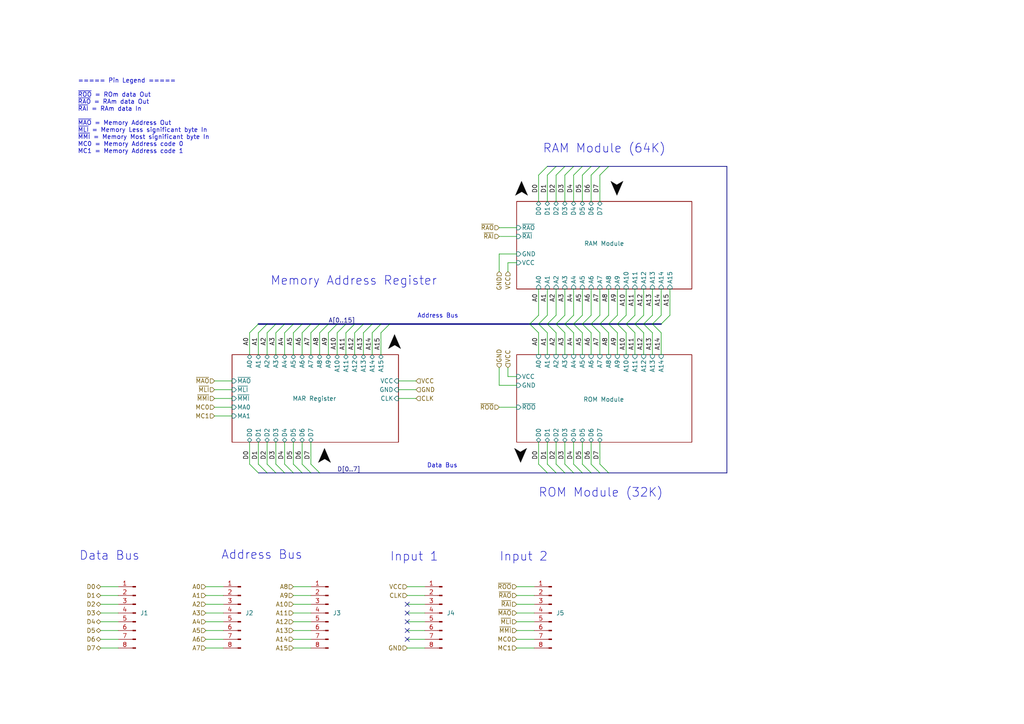
<source format=kicad_sch>
(kicad_sch (version 20250114) (generator "eeschema") (generator_version "9.0")
  (paper "A4")
  (title_block (title "Memory Modules") (date "2025-11-22") (rev "v1.1") (company "Marco Vettigli"))
  (lib_symbols
    (symbol "Connector:Conn_01x08_Pin" (pin_names (offset 1.016) (hide yes))
      (property "Reference" "J" (at 0 10.16 0))
      (property "Value" "Conn_01x08_Pin" (at 0 -12.7 0))
      (symbol "Conn_01x08_Pin_1_1"
        (rectangle (start 0.8636 7.747) (end 0 7.493) (stroke (width 0.1524)) (fill (type outline)))
        (rectangle (start 0.8636 5.207) (end 0 4.953) (stroke (width 0.1524)) (fill (type outline)))
        (rectangle (start 0.8636 2.667) (end 0 2.413) (stroke (width 0.1524)) (fill (type outline)))
        (rectangle (start 0.8636 0.127) (end 0 -0.127) (stroke (width 0.1524)) (fill (type outline)))
        (rectangle (start 0.8636 -2.413) (end 0 -2.667) (stroke (width 0.1524)) (fill (type outline)))
        (rectangle (start 0.8636 -4.953) (end 0 -5.207) (stroke (width 0.1524)) (fill (type outline)))
        (rectangle (start 0.8636 -7.493) (end 0 -7.747) (stroke (width 0.1524)) (fill (type outline)))
        (rectangle (start 0.8636 -10.033) (end 0 -10.287) (stroke (width 0.1524)) (fill (type outline)))
        (polyline (pts (xy 1.27 7.62) (xy 0.8636 7.62)) (stroke (width 0.1524)))
        (polyline (pts (xy 1.27 5.08) (xy 0.8636 5.08)) (stroke (width 0.1524)))
        (polyline (pts (xy 1.27 2.54) (xy 0.8636 2.54)) (stroke (width 0.1524)))
        (polyline (pts (xy 1.27 0) (xy 0.8636 0)) (stroke (width 0.1524)))
        (polyline (pts (xy 1.27 -2.54) (xy 0.8636 -2.54)) (stroke (width 0.1524)))
        (polyline (pts (xy 1.27 -5.08) (xy 0.8636 -5.08)) (stroke (width 0.1524)))
        (polyline (pts (xy 1.27 -7.62) (xy 0.8636 -7.62)) (stroke (width 0.1524)))
        (polyline (pts (xy 1.27 -10.16) (xy 0.8636 -10.16)) (stroke (width 0.1524)))
        (pin passive line (at 5.08 7.62 180) (length 3.81) (name "Pin_1") (number "1"))
        (pin passive line (at 5.08 5.08 180) (length 3.81) (name "Pin_2") (number "2"))
        (pin passive line (at 5.08 2.54 180) (length 3.81) (name "Pin_3") (number "3"))
        (pin passive line (at 5.08 0 180) (length 3.81) (name "Pin_4") (number "4"))
        (pin passive line (at 5.08 -2.54 180) (length 3.81) (name "Pin_5") (number "5"))
        (pin passive line (at 5.08 -5.08 180) (length 3.81) (name "Pin_6") (number "6"))
        (pin passive line (at 5.08 -7.62 180) (length 3.81) (name "Pin_7") (number "7"))
        (pin passive line (at 5.08 -10.16 180) (length 3.81) (name "Pin_8") (number "8"))
      )
    )
  )
  (text "Memory Address Register" (at 102.616 81.534 0) (effects (font (size 2.54 2.54))))
  (text "Address Bus" (at 127 91.694 0) (effects (font (size 1.27 1.27))))
  (text "RAM Module (64K)" (at 175.26 43.18 0) (effects (font (size 2.54 2.54))))
  (text "Address Bus" (at 75.946 161.036 0) (effects (font (size 2.54 2.54))))
  (text "ROM Module (32K)" (at 174.244 143.002 0) (effects (font (size 2.54 2.54))))
  (text "Data Bus" (at 128.27 135.128 0) (effects (font (size 1.27 1.27))))
  (text "Data Bus" (at 31.75 161.29 0) (effects (font (size 2.54 2.54))))
  (text "Input 2" (at 151.892 161.544 0) (effects (font (size 2.54 2.54))))
  (text "Input 1" (at 120.142 161.544 0) (effects (font (size 2.54 2.54))))
  (text_box "===== Pin Legend =====\n\n~{ROO} = ROm data Out\n~{RAO} = RAm data Out\n~{RAI} = RAm data In\n\n~{MAO} = Memory Address Out\n~{MLI} = Memory Less significant byte In\n~{MMI} = Memory Most significant byte In\nMC0 = Memory Address code 0\nMC1 = Memory Address code 1\n" (at 21.59 21.59 0) (size 43.18 24.13) (margins 0.9525 0.9525 0.9525 0.9525) (stroke (width -0.0001)) (effects (font (size 1.27 1.27) (thickness 0.1588)) (justify left top)))
  (no_connect (at 118.11 182.88))
  (no_connect (at 118.11 185.42))
  (no_connect (at 118.11 180.34))
  (no_connect (at 118.11 177.8))
  (no_connect (at 118.11 175.26))
  (bus_entry (at 105.41 96.52) (size 2.54 -2.54))
  (bus_entry (at 163.83 137.16) (size -2.54 -2.54))
  (bus_entry (at 176.53 93.98) (size 2.54 -2.54))
  (bus_entry (at 163.83 93.98) (size 2.54 2.54))
  (bus_entry (at 82.55 93.98) (size -2.54 2.54))
  (bus_entry (at 95.25 96.52) (size 2.54 -2.54))
  (bus_entry (at 168.91 93.98) (size 2.54 2.54))
  (bus_entry (at 166.37 93.98) (size 2.54 -2.54))
  (bus_entry (at 161.29 48.26) (size -2.54 2.54))
  (bus_entry (at 173.99 93.98) (size 2.54 -2.54))
  (bus_entry (at 176.53 137.16) (size -2.54 -2.54))
  (bus_entry (at 161.29 93.98) (size 2.54 -2.54))
  (bus_entry (at 90.17 137.16) (size -2.54 -2.54))
  (bus_entry (at 80.01 93.98) (size -2.54 2.54))
  (bus_entry (at 107.95 96.52) (size 2.54 -2.54))
  (bus_entry (at 181.61 93.98) (size 2.54 -2.54))
  (bus_entry (at 179.07 93.98) (size 2.54 -2.54))
  (bus_entry (at 171.45 93.98) (size 2.54 -2.54))
  (bus_entry (at 158.75 48.26) (size -2.54 2.54))
  (bus_entry (at 87.63 93.98) (size -2.54 2.54))
  (bus_entry (at 189.23 93.98) (size 2.54 2.54))
  (bus_entry (at 171.45 93.98) (size 2.54 2.54))
  (bus_entry (at 179.07 93.98) (size 2.54 2.54))
  (bus_entry (at 110.49 96.52) (size 2.54 -2.54))
  (bus_entry (at 171.45 48.26) (size -2.54 2.54))
  (bus_entry (at 102.87 96.52) (size 2.54 -2.54))
  (bus_entry (at 166.37 93.98) (size 2.54 2.54))
  (bus_entry (at 173.99 48.26) (size -2.54 2.54))
  (bus_entry (at 85.09 137.16) (size -2.54 -2.54))
  (bus_entry (at 168.91 48.26) (size -2.54 2.54))
  (bus_entry (at 77.47 93.98) (size -2.54 2.54))
  (bus_entry (at 74.93 93.98) (size -2.54 2.54))
  (bus_entry (at 158.75 93.98) (size 2.54 -2.54))
  (bus_entry (at 186.69 93.98) (size 2.54 2.54))
  (bus_entry (at 171.45 137.16) (size -2.54 -2.54))
  (bus_entry (at 100.33 96.52) (size 2.54 -2.54))
  (bus_entry (at 156.21 93.98) (size 2.54 2.54))
  (bus_entry (at 184.15 93.98) (size 2.54 -2.54))
  (bus_entry (at 163.83 93.98) (size 2.54 -2.54))
  (bus_entry (at 186.69 93.98) (size 2.54 -2.54))
  (bus_entry (at 77.47 137.16) (size -2.54 -2.54))
  (bus_entry (at 82.55 137.16) (size -2.54 -2.54))
  (bus_entry (at 173.99 93.98) (size 2.54 2.54))
  (bus_entry (at 168.91 137.16) (size -2.54 -2.54))
  (bus_entry (at 168.91 93.98) (size 2.54 -2.54))
  (bus_entry (at 161.29 137.16) (size -2.54 -2.54))
  (bus_entry (at 97.79 96.52) (size 2.54 -2.54))
  (bus_entry (at 181.61 93.98) (size 2.54 2.54))
  (bus_entry (at 158.75 93.98) (size 2.54 2.54))
  (bus_entry (at 166.37 137.16) (size -2.54 -2.54))
  (bus_entry (at 92.71 96.52) (size 2.54 -2.54))
  (bus_entry (at 163.83 48.26) (size -2.54 2.54))
  (bus_entry (at 189.23 93.98) (size 2.54 -2.54))
  (bus_entry (at 80.01 137.16) (size -2.54 -2.54))
  (bus_entry (at 161.29 93.98) (size 2.54 2.54))
  (bus_entry (at 184.15 93.98) (size 2.54 2.54))
  (bus_entry (at 85.09 93.98) (size -2.54 2.54))
  (bus_entry (at 166.37 48.26) (size -2.54 2.54))
  (bus_entry (at 92.71 93.98) (size -2.54 2.54))
  (bus_entry (at 156.21 93.98) (size 2.54 -2.54))
  (bus_entry (at 153.67 93.98) (size 2.54 2.54))
  (bus_entry (at 87.63 137.16) (size -2.54 -2.54))
  (bus_entry (at 176.53 48.26) (size -2.54 2.54))
  (bus_entry (at 176.53 93.98) (size 2.54 2.54))
  (bus_entry (at 90.17 93.98) (size -2.54 2.54))
  (bus_entry (at 158.75 137.16) (size -2.54 -2.54))
  (bus_entry (at 173.99 137.16) (size -2.54 -2.54))
  (bus_entry (at 191.77 93.98) (size 2.54 -2.54))
  (bus_entry (at 153.67 93.98) (size 2.54 -2.54))
  (bus_entry (at 92.71 137.16) (size -2.54 -2.54))
  (bus_entry (at 74.93 137.16) (size -2.54 -2.54))
  (wire (pts (xy 144.78 106.68) (xy 144.78 111.76)))
  (wire (pts (xy 85.09 170.18) (xy 90.17 170.18)))
  (wire (pts (xy 62.23 118.11) (xy 67.31 118.11)))
  (wire (pts (xy 100.33 96.52) (xy 100.33 102.87)))
  (wire (pts (xy 156.21 83.82) (xy 156.21 91.44)))
  (wire (pts (xy 161.29 96.52) (xy 161.29 102.87)))
  (wire (pts (xy 82.55 96.52) (xy 82.55 102.87)))
  (bus (pts (xy 107.95 93.98) (xy 110.49 93.98)) (stroke (width 0.4064)))
  (wire (pts (xy 90.17 96.52) (xy 90.17 102.87)))
  (wire (pts (xy 85.09 182.88) (xy 90.17 182.88)))
  (bus (pts (xy 82.55 137.16) (xy 85.09 137.16)) (stroke (width 0.2032)))
  (bus (pts (xy 168.91 93.98) (xy 171.45 93.98)) (stroke (width 0.4064)))
  (bus (pts (xy 95.25 93.98) (xy 97.79 93.98)) (stroke (width 0.4064)))
  (bus (pts (xy 158.75 93.98) (xy 161.29 93.98)) (stroke (width 0.4064)))
  (wire (pts (xy 85.09 180.34) (xy 90.17 180.34)))
  (wire (pts (xy 156.21 58.42) (xy 156.21 50.8)))
  (wire (pts (xy 176.53 83.82) (xy 176.53 91.44)))
  (wire (pts (xy 144.78 66.04) (xy 149.86 66.04)))
  (bus (pts (xy 168.91 137.16) (xy 171.45 137.16)) (stroke (width 0.2032)))
  (wire (pts (xy 171.45 96.52) (xy 171.45 102.87)))
  (wire (pts (xy 168.91 83.82) (xy 168.91 91.44)))
  (wire (pts (xy 163.83 128.27) (xy 163.83 134.62)))
  (bus (pts (xy 100.33 93.98) (xy 102.87 93.98)) (stroke (width 0.4064)))
  (wire (pts (xy 85.09 96.52) (xy 85.09 102.87)))
  (bus (pts (xy 158.75 137.16) (xy 161.29 137.16)) (stroke (width 0.2032)))
  (wire (pts (xy 149.86 172.72) (xy 154.94 172.72)))
  (bus (pts (xy 181.61 93.98) (xy 184.15 93.98)) (stroke (width 0.4064)))
  (wire (pts (xy 147.32 76.2) (xy 149.86 76.2)))
  (wire (pts (xy 118.11 187.96) (xy 123.19 187.96)))
  (bus (pts (xy 166.37 137.16) (xy 168.91 137.16)) (stroke (width 0.2032)))
  (bus (pts (xy 171.45 48.26) (xy 173.99 48.26)) (stroke (width 0.2032)))
  (wire (pts (xy 173.99 83.82) (xy 173.99 91.44)))
  (wire (pts (xy 173.99 96.52) (xy 173.99 102.87)))
  (wire (pts (xy 147.32 109.22) (xy 149.86 109.22)))
  (wire (pts (xy 118.11 182.88) (xy 123.19 182.88)))
  (wire (pts (xy 85.09 172.72) (xy 90.17 172.72)))
  (wire (pts (xy 181.61 96.52) (xy 181.61 102.87)))
  (wire (pts (xy 59.69 187.96) (xy 64.77 187.96)))
  (bus (pts (xy 189.23 93.98) (xy 191.77 93.98)) (stroke (width 0.4064)))
  (wire (pts (xy 62.23 115.57) (xy 67.31 115.57)))
  (bus (pts (xy 113.03 93.98) (xy 153.67 93.98)) (stroke (width 0.4064)))
  (wire (pts (xy 171.45 128.27) (xy 171.45 134.62)))
  (bus (pts (xy 158.75 48.26) (xy 161.29 48.26)) (stroke (width 0.2032)))
  (bus (pts (xy 210.82 48.26) (xy 210.82 137.16)) (stroke (width 0.2032)))
  (wire (pts (xy 62.23 120.65) (xy 67.31 120.65)))
  (wire (pts (xy 166.37 83.82) (xy 166.37 91.44)))
  (wire (pts (xy 95.25 96.52) (xy 95.25 102.87)))
  (wire (pts (xy 144.78 111.76) (xy 149.86 111.76)))
  (wire (pts (xy 118.11 170.18) (xy 123.19 170.18)))
  (wire (pts (xy 149.86 182.88) (xy 154.94 182.88)))
  (bus (pts (xy 80.01 137.16) (xy 82.55 137.16)) (stroke (width 0.2032)))
  (wire (pts (xy 144.78 73.66) (xy 149.86 73.66)))
  (bus (pts (xy 90.17 137.16) (xy 92.71 137.16)) (stroke (width 0.2032)))
  (wire (pts (xy 158.75 96.52) (xy 158.75 102.87)))
  (bus (pts (xy 105.41 93.98) (xy 107.95 93.98)) (stroke (width 0.4064)))
  (wire (pts (xy 59.69 177.8) (xy 64.77 177.8)))
  (bus (pts (xy 77.47 137.16) (xy 80.01 137.16)) (stroke (width 0.2032)))
  (wire (pts (xy 34.29 172.72) (xy 29.21 172.72)))
  (bus (pts (xy 171.45 93.98) (xy 173.99 93.98)) (stroke (width 0.4064)))
  (wire (pts (xy 118.11 175.26) (xy 123.19 175.26)))
  (wire (pts (xy 97.79 96.52) (xy 97.79 102.87)))
  (wire (pts (xy 149.86 177.8) (xy 154.94 177.8)))
  (wire (pts (xy 34.29 182.88) (xy 29.21 182.88)))
  (bus (pts (xy 173.99 48.26) (xy 176.53 48.26)) (stroke (width 0.2032)))
  (wire (pts (xy 171.45 83.82) (xy 171.45 91.44)))
  (bus (pts (xy 153.67 93.98) (xy 156.21 93.98)) (stroke (width 0.4064)))
  (bus (pts (xy 173.99 137.16) (xy 176.53 137.16)) (stroke (width 0.2032)))
  (wire (pts (xy 186.69 96.52) (xy 186.69 102.87)))
  (wire (pts (xy 87.63 96.52) (xy 87.63 102.87)))
  (wire (pts (xy 72.39 128.27) (xy 72.39 134.62)))
  (wire (pts (xy 107.95 96.52) (xy 107.95 102.87)))
  (bus (pts (xy 97.79 93.98) (xy 100.33 93.98)) (stroke (width 0.4064)))
  (bus (pts (xy 85.09 93.98) (xy 82.55 93.98)) (stroke (width 0.4064)))
  (wire (pts (xy 158.75 83.82) (xy 158.75 91.44)))
  (wire (pts (xy 92.71 96.52) (xy 92.71 102.87)))
  (wire (pts (xy 149.86 185.42) (xy 154.94 185.42)))
  (wire (pts (xy 85.09 128.27) (xy 85.09 134.62)))
  (bus (pts (xy 92.71 93.98) (xy 95.25 93.98)) (stroke (width 0.4064)))
  (wire (pts (xy 191.77 96.52) (xy 191.77 102.87)))
  (wire (pts (xy 90.17 128.27) (xy 90.17 134.62)))
  (wire (pts (xy 189.23 96.52) (xy 189.23 102.87)))
  (wire (pts (xy 102.87 96.52) (xy 102.87 102.87)))
  (bus (pts (xy 171.45 137.16) (xy 173.99 137.16)) (stroke (width 0.2032)))
  (wire (pts (xy 184.15 83.82) (xy 184.15 91.44)))
  (bus (pts (xy 92.71 137.16) (xy 158.75 137.16)) (stroke (width 0.2032)))
  (wire (pts (xy 85.09 187.96) (xy 90.17 187.96)))
  (bus (pts (xy 163.83 93.98) (xy 166.37 93.98)) (stroke (width 0.4064)))
  (wire (pts (xy 87.63 128.27) (xy 87.63 134.62)))
  (wire (pts (xy 34.29 175.26) (xy 29.21 175.26)))
  (wire (pts (xy 62.23 113.03) (xy 67.31 113.03)))
  (wire (pts (xy 80.01 96.52) (xy 80.01 102.87)))
  (wire (pts (xy 115.57 110.49) (xy 120.65 110.49)))
  (wire (pts (xy 163.83 83.82) (xy 163.83 91.44)))
  (bus (pts (xy 161.29 48.26) (xy 163.83 48.26)) (stroke (width 0.2032)))
  (wire (pts (xy 85.09 177.8) (xy 90.17 177.8)))
  (wire (pts (xy 161.29 58.42) (xy 161.29 50.8)))
  (bus (pts (xy 87.63 93.98) (xy 85.09 93.98)) (stroke (width 0.4064)))
  (wire (pts (xy 149.86 170.18) (xy 154.94 170.18)))
  (wire (pts (xy 59.69 170.18) (xy 64.77 170.18)))
  (bus (pts (xy 80.01 93.98) (xy 82.55 93.98)) (stroke (width 0.4064)))
  (wire (pts (xy 77.47 96.52) (xy 77.47 102.87)))
  (bus (pts (xy 163.83 137.16) (xy 166.37 137.16)) (stroke (width 0.2032)))
  (wire (pts (xy 77.47 128.27) (xy 77.47 134.62)))
  (wire (pts (xy 62.23 110.49) (xy 67.31 110.49)))
  (wire (pts (xy 168.91 58.42) (xy 168.91 50.8)))
  (wire (pts (xy 115.57 113.03) (xy 120.65 113.03)))
  (wire (pts (xy 34.29 185.42) (xy 29.21 185.42)))
  (wire (pts (xy 59.69 180.34) (xy 64.77 180.34)))
  (wire (pts (xy 85.09 175.26) (xy 90.17 175.26)))
  (bus (pts (xy 163.83 48.26) (xy 166.37 48.26)) (stroke (width 0.2032)))
  (wire (pts (xy 194.31 83.82) (xy 194.31 91.44)))
  (wire (pts (xy 149.86 175.26) (xy 154.94 175.26)))
  (bus (pts (xy 90.17 93.98) (xy 87.63 93.98)) (stroke (width 0.4064)))
  (wire (pts (xy 118.11 180.34) (xy 123.19 180.34)))
  (wire (pts (xy 115.57 115.57) (xy 120.65 115.57)))
  (bus (pts (xy 173.99 93.98) (xy 176.53 93.98)) (stroke (width 0.4064)))
  (wire (pts (xy 82.55 128.27) (xy 82.55 134.62)))
  (wire (pts (xy 179.07 96.52) (xy 179.07 102.87)))
  (wire (pts (xy 144.78 68.58) (xy 149.86 68.58)))
  (wire (pts (xy 105.41 96.52) (xy 105.41 102.87)))
  (bus (pts (xy 77.47 93.98) (xy 74.93 93.98)) (stroke (width 0.4064)))
  (wire (pts (xy 74.93 96.52) (xy 74.93 102.87)))
  (wire (pts (xy 80.01 128.27) (xy 80.01 134.62)))
  (bus (pts (xy 166.37 48.26) (xy 168.91 48.26)) (stroke (width 0.2032)))
  (wire (pts (xy 34.29 170.18) (xy 29.21 170.18)))
  (wire (pts (xy 184.15 96.52) (xy 184.15 102.87)))
  (wire (pts (xy 149.86 180.34) (xy 154.94 180.34)))
  (bus (pts (xy 168.91 48.26) (xy 171.45 48.26)) (stroke (width 0.2032)))
  (wire (pts (xy 118.11 185.42) (xy 123.19 185.42)))
  (wire (pts (xy 186.69 83.82) (xy 186.69 91.44)))
  (wire (pts (xy 166.37 96.52) (xy 166.37 102.87)))
  (wire (pts (xy 59.69 182.88) (xy 64.77 182.88)))
  (bus (pts (xy 184.15 93.98) (xy 186.69 93.98)) (stroke (width 0.4064)))
  (bus (pts (xy 166.37 93.98) (xy 168.91 93.98)) (stroke (width 0.4064)))
  (wire (pts (xy 144.78 78.74) (xy 144.78 73.66)))
  (wire (pts (xy 173.99 58.42) (xy 173.99 50.8)))
  (wire (pts (xy 59.69 175.26) (xy 64.77 175.26)))
  (bus (pts (xy 74.93 137.16) (xy 77.47 137.16)) (stroke (width 0.2032)))
  (wire (pts (xy 156.21 96.52) (xy 156.21 102.87)))
  (wire (pts (xy 163.83 96.52) (xy 163.83 102.87)))
  (wire (pts (xy 34.29 177.8) (xy 29.21 177.8)))
  (wire (pts (xy 34.29 187.96) (xy 29.21 187.96)))
  (wire (pts (xy 191.77 83.82) (xy 191.77 91.44)))
  (bus (pts (xy 156.21 93.98) (xy 158.75 93.98)) (stroke (width 0.4064)))
  (bus (pts (xy 176.53 93.98) (xy 179.07 93.98)) (stroke (width 0.4064)))
  (wire (pts (xy 156.21 128.27) (xy 156.21 134.62)))
  (wire (pts (xy 149.86 187.96) (xy 154.94 187.96)))
  (wire (pts (xy 166.37 128.27) (xy 166.37 134.62)))
  (bus (pts (xy 161.29 93.98) (xy 163.83 93.98)) (stroke (width 0.4064)))
  (wire (pts (xy 168.91 128.27) (xy 168.91 134.62)))
  (wire (pts (xy 110.49 96.52) (xy 110.49 102.87)))
  (bus (pts (xy 176.53 48.26) (xy 210.82 48.26)) (stroke (width 0.2032)))
  (wire (pts (xy 59.69 172.72) (xy 64.77 172.72)))
  (wire (pts (xy 147.32 78.74) (xy 147.32 76.2)))
  (bus (pts (xy 161.29 137.16) (xy 163.83 137.16)) (stroke (width 0.2032)))
  (bus (pts (xy 102.87 93.98) (xy 105.41 93.98)) (stroke (width 0.4064)))
  (bus (pts (xy 87.63 137.16) (xy 90.17 137.16)) (stroke (width 0.2032)))
  (wire (pts (xy 168.91 96.52) (xy 168.91 102.87)))
  (wire (pts (xy 59.69 185.42) (xy 64.77 185.42)))
  (wire (pts (xy 85.09 185.42) (xy 90.17 185.42)))
  (wire (pts (xy 158.75 58.42) (xy 158.75 50.8)))
  (wire (pts (xy 171.45 58.42) (xy 171.45 50.8)))
  (wire (pts (xy 176.53 96.52) (xy 176.53 102.87)))
  (wire (pts (xy 166.37 58.42) (xy 166.37 50.8)))
  (wire (pts (xy 161.29 128.27) (xy 161.29 134.62)))
  (bus (pts (xy 186.69 93.98) (xy 189.23 93.98)) (stroke (width 0.4064)))
  (wire (pts (xy 173.99 128.27) (xy 173.99 134.62)))
  (wire (pts (xy 34.29 180.34) (xy 29.21 180.34)))
  (bus (pts (xy 85.09 137.16) (xy 87.63 137.16)) (stroke (width 0.2032)))
  (wire (pts (xy 118.11 172.72) (xy 123.19 172.72)))
  (wire (pts (xy 147.32 106.68) (xy 147.32 109.22)))
  (bus (pts (xy 92.71 93.98) (xy 90.17 93.98)) (stroke (width 0.4064)))
  (wire (pts (xy 181.61 83.82) (xy 181.61 91.44)))
  (wire (pts (xy 74.93 128.27) (xy 74.93 134.62)))
  (wire (pts (xy 189.23 83.82) (xy 189.23 91.44)))
  (bus (pts (xy 80.01 93.98) (xy 77.47 93.98)) (stroke (width 0.4064)))
  (wire (pts (xy 179.07 83.82) (xy 179.07 91.44)))
  (wire (pts (xy 161.29 83.82) (xy 161.29 91.44)))
  (wire (pts (xy 158.75 128.27) (xy 158.75 134.62)))
  (bus (pts (xy 179.07 93.98) (xy 181.61 93.98)) (stroke (width 0.4064)))
  (wire (pts (xy 144.78 118.11) (xy 149.86 118.11)))
  (bus (pts (xy 176.53 137.16) (xy 210.82 137.16)) (stroke (width 0.2032)))
  (wire (pts (xy 118.11 177.8) (xy 123.19 177.8)))
  (wire (pts (xy 72.39 96.52) (xy 72.39 102.87)))
  (bus (pts (xy 110.49 93.98) (xy 113.03 93.98)) (stroke (width 0.4064)))
  (wire (pts (xy 163.83 58.42) (xy 163.83 50.8)))
  (image (at 93.98 132.08) (scale 0.554949))
  (image (at 151.13 54.61) (scale 0.554949))
  (image (at 151.13 132.08) (scale 0.554949))
  (image (at 179.07 54.61) (scale 0.554949))
  (image (at 114.3 99.06) (scale 0.554949))
  (label "A5" (at 168.91 87.63 90))
  (label "D3" (at 163.83 53.34 270))
  (label "D4" (at 166.37 133.35 90))
  (label "D3" (at 163.83 133.35 90))
  (label "A3" (at 163.83 87.63 90))
  (label "D5" (at 168.91 53.34 270))
  (label "D0" (at 156.21 53.34 270))
  (label "A14" (at 107.95 101.6 90))
  (label "A7" (at 173.99 100.33 90))
  (label "A11" (at 100.33 101.6 90))
  (label "D3" (at 80.01 133.35 90))
  (label "D7" (at 173.99 53.34 270))
  (label "A0" (at 72.39 97.79 270))
  (label "A15" (at 110.49 101.6 90))
  (label "A11" (at 184.15 101.6 90))
  (label "A1" (at 158.75 87.63 90))
  (label "A10" (at 97.79 97.79 270))
  (label "A6" (at 87.63 97.79 270))
  (label "D4" (at 82.55 133.35 90))
  (label "A5" (at 168.91 100.33 90))
  (label "D2" (at 161.29 133.35 90))
  (label "D1" (at 158.75 133.35 90))
  (label "A2" (at 161.29 87.63 90))
  (label "D2" (at 161.29 53.34 270))
  (label "A3" (at 80.01 97.79 270))
  (label "A0" (at 156.21 87.63 90))
  (label "D7" (at 90.17 133.35 90))
  (label "A2" (at 77.47 97.79 270))
  (label "A13" (at 189.23 101.6 90))
  (label "A7" (at 173.99 87.63 90))
  (label "A12" (at 186.69 101.6 90))
  (label "D6" (at 171.45 133.35 90))
  (label "D4" (at 166.37 53.34 270))
  (label "A2" (at 161.29 100.33 90))
  (label "A7" (at 90.17 97.79 270))
  (label "A9" (at 95.25 97.79 270))
  (label "A15" (at 194.31 88.9 90))
  (label "A10" (at 181.61 101.6 90))
  (label "A1" (at 74.93 97.79 270))
  (label "A3" (at 163.83 100.33 90))
  (label "D0" (at 156.21 133.35 90))
  (label "A12" (at 186.69 88.9 90))
  (label "A13" (at 105.41 101.6 90))
  (label "D7" (at 173.99 133.35 90))
  (label "A1" (at 158.75 100.33 90))
  (label "A[0..15]" (at 95.25 93.98 0))
  (label "A4" (at 166.37 100.33 90))
  (label "D1" (at 158.75 53.34 270))
  (label "D[0..7]" (at 97.79 137.16 0))
  (label "A6" (at 171.45 100.33 90))
  (label "A13" (at 189.23 88.9 90))
  (label "D5" (at 85.09 133.35 90))
  (label "D6" (at 171.45 53.34 270))
  (label "A8" (at 92.71 97.79 270))
  (label "A6" (at 171.45 87.63 90))
  (label "A9" (at 179.07 100.33 90))
  (label "D2" (at 77.47 133.35 90))
  (label "D5" (at 168.91 133.35 90))
  (label "A4" (at 82.55 97.79 270))
  (label "D6" (at 87.63 133.35 90))
  (label "A12" (at 102.87 101.6 90))
  (label "A14" (at 191.77 101.6 90))
  (label "A8" (at 176.53 87.63 90))
  (label "A8" (at 176.53 100.33 90))
  (label "A5" (at 85.09 97.79 270))
  (label "A14" (at 191.77 88.9 90))
  (label "A10" (at 181.61 88.9 90))
  (label "A9" (at 179.07 87.63 90))
  (label "A0" (at 156.21 100.33 90))
  (label "A4" (at 166.37 87.63 90))
  (label "D0" (at 72.39 133.35 90))
  (label "D1" (at 74.93 133.35 90))
  (label "A11" (at 184.15 88.9 90))
  (hierarchical_label "~{MAO}" (shape input) (at 62.23 110.49 180))
  (hierarchical_label "CLK" (shape input) (at 120.65 115.57 0))
  (hierarchical_label "A5" (shape input) (at 59.69 182.88 180))
  (hierarchical_label "MC0" (shape input) (at 62.23 118.11 180))
  (hierarchical_label "A9" (shape input) (at 85.09 172.72 180))
  (hierarchical_label "A12" (shape input) (at 85.09 180.34 180))
  (hierarchical_label "CLK" (shape input) (at 118.11 172.72 180))
  (hierarchical_label "~{RAO}" (shape input) (at 149.86 172.72 180))
  (hierarchical_label "D7" (shape tri_state) (at 29.21 187.96 180))
  (hierarchical_label "D3" (shape tri_state) (at 29.21 177.8 180))
  (hierarchical_label "~{MLI}" (shape input) (at 62.23 113.03 180))
  (hierarchical_label "~{MMI}" (shape input) (at 149.86 182.88 180))
  (hierarchical_label "A13" (shape input) (at 85.09 182.88 180))
  (hierarchical_label "D6" (shape tri_state) (at 29.21 185.42 180))
  (hierarchical_label "A15" (shape input) (at 85.09 187.96 180))
  (hierarchical_label "~{MMI}" (shape input) (at 62.23 115.57 180))
  (hierarchical_label "VCC" (shape input) (at 118.11 170.18 180))
  (hierarchical_label "A2" (shape input) (at 59.69 175.26 180))
  (hierarchical_label "A11" (shape input) (at 85.09 177.8 180))
  (hierarchical_label "~{RAI}" (shape input) (at 144.78 68.58 180))
  (hierarchical_label "GND" (shape input) (at 120.65 113.03 0))
  (hierarchical_label "D1" (shape tri_state) (at 29.21 172.72 180))
  (hierarchical_label "VCC" (shape input) (at 147.32 106.68 90))
  (hierarchical_label "~{MAO}" (shape input) (at 149.86 177.8 180))
  (hierarchical_label "A3" (shape input) (at 59.69 177.8 180))
  (hierarchical_label "MC0" (shape input) (at 149.86 185.42 180))
  (hierarchical_label "A4" (shape input) (at 59.69 180.34 180))
  (hierarchical_label "D5" (shape tri_state) (at 29.21 182.88 180))
  (hierarchical_label "A7" (shape input) (at 59.69 187.96 180))
  (hierarchical_label "A1" (shape input) (at 59.69 172.72 180))
  (hierarchical_label "MC1" (shape input) (at 149.86 187.96 180))
  (hierarchical_label "~{ROO}" (shape input) (at 144.78 118.11 180))
  (hierarchical_label "MC1" (shape input) (at 62.23 120.65 180))
  (hierarchical_label "VCC" (shape input) (at 120.65 110.49 0))
  (hierarchical_label "A6" (shape input) (at 59.69 185.42 180))
  (hierarchical_label "~{MLI}" (shape input) (at 149.86 180.34 180))
  (hierarchical_label "A8" (shape input) (at 85.09 170.18 180))
  (hierarchical_label "~{RAI}" (shape input) (at 149.86 175.26 180))
  (hierarchical_label "D0" (shape tri_state) (at 29.21 170.18 180))
  (hierarchical_label "~{ROO}" (shape input) (at 149.86 170.18 180))
  (hierarchical_label "VCC" (shape input) (at 147.32 78.74 270))
  (hierarchical_label "A0" (shape input) (at 59.69 170.18 180))
  (hierarchical_label "D2" (shape tri_state) (at 29.21 175.26 180))
  (hierarchical_label "~{RAO}" (shape input) (at 144.78 66.04 180))
  (hierarchical_label "GND" (shape input) (at 144.78 78.74 270))
  (hierarchical_label "D4" (shape tri_state) (at 29.21 180.34 180))
  (hierarchical_label "GND" (shape input) (at 144.78 106.68 90))
  (hierarchical_label "A10" (shape input) (at 85.09 175.26 180))
  (hierarchical_label "A14" (shape input) (at 85.09 185.42 180))
  (hierarchical_label "GND" (shape input) (at 118.11 187.96 180))
  (symbol (lib_id "Connector:Conn_01x08_Pin") (at 69.85 177.8 0) (mirror y) (unit 1)
    (property "Reference" "J2" (at 71.12 177.7999 0) (effects (justify right)))
    (property "Value" "Address bus 1" (effects (hide yes)))
    (property "Footprint" "Custom:PinHeader_1x08_P2.54mm_Horizontal" (effects (hide yes)))
    (property "Description" "Generic connector, single row, 01x08, script generated" (effects (hide yes)))
  )
  (symbol (lib_id "Connector:Conn_01x08_Pin") (at 39.37 177.8 0) (mirror y) (unit 1)
    (property "Reference" "J1" (at 40.64 177.7999 0) (effects (justify right)))
    (property "Value" "Data bus" (effects (hide yes)))
    (property "Footprint" "Custom:PinHeader_1x08_P2.54mm_Horizontal" (effects (hide yes)))
    (property "Description" "Generic connector, single row, 01x08, script generated" (effects (hide yes)))
  )
  (symbol (lib_id "Connector:Conn_01x08_Pin") (at 160.02 177.8 0) (mirror y) (unit 1)
    (property "Reference" "J5" (at 161.29 177.7999 0) (effects (justify right)))
    (property "Value" "Input 2" (effects (hide yes)))
    (property "Footprint" "Custom:PinHeader_1x08_P2.54mm_Horizontal" (effects (hide yes)))
    (property "Description" "Generic connector, single row, 01x08, script generated" (effects (hide yes)))
  )
  (symbol (lib_id "Connector:Conn_01x08_Pin") (at 128.27 177.8 0) (mirror y) (unit 1)
    (property "Reference" "J4" (at 129.54 177.7999 0) (effects (justify right)))
    (property "Value" "Input 1" (effects (hide yes)))
    (property "Footprint" "Custom:PinHeader_1x08_P2.54mm_Horizontal" (effects (hide yes)))
    (property "Description" "Generic connector, single row, 01x08, script generated" (effects (hide yes)))
  )
  (symbol (lib_id "Connector:Conn_01x08_Pin") (at 95.25 177.8 0) (mirror y) (unit 1)
    (property "Reference" "J3" (at 96.52 177.7999 0) (effects (justify right)))
    (property "Value" "Address bus 2" (effects (hide yes)))
    (property "Footprint" "Custom:PinHeader_1x08_P2.54mm_Horizontal" (effects (hide yes)))
    (property "Description" "Generic connector, single row, 01x08, script generated" (effects (hide yes)))
  )
  (sheet (at 67.31 102.87) (size 48.26 25.4) (stroke (width 0.1524))
    (property "Sheetname" "MAR Register" (at 84.836 116.332 0) (effects (justify left bottom)))
    (property "Sheetfile" "mar_register.kicad_sch" (effects (hide yes)))
    (pin "A5" tri_state (at 85.09 102.87 90))
    (pin "A10" tri_state (at 97.79 102.87 90))
    (pin "A9" tri_state (at 95.25 102.87 90))
    (pin "A13" tri_state (at 105.41 102.87 90))
    (pin "A11" tri_state (at 100.33 102.87 90))
    (pin "A1" tri_state (at 74.93 102.87 90))
    (pin "A4" tri_state (at 82.55 102.87 90))
    (pin "A6" tri_state (at 87.63 102.87 90))
    (pin "A0" tri_state (at 72.39 102.87 90))
    (pin "A7" tri_state (at 90.17 102.87 90))
    (pin "A2" tri_state (at 77.47 102.87 90))
    (pin "A8" tri_state (at 92.71 102.87 90))
    (pin "A12" tri_state (at 102.87 102.87 90))
    (pin "A3" tri_state (at 80.01 102.87 90))
    (pin "A14" tri_state (at 107.95 102.87 90))
    (pin "A15" tri_state (at 110.49 102.87 90))
    (pin "D5" tri_state (at 85.09 128.27 270))
    (pin "D6" tri_state (at 87.63 128.27 270))
    (pin "D0" tri_state (at 72.39 128.27 270))
    (pin "D3" tri_state (at 80.01 128.27 270))
    (pin "D1" tri_state (at 74.93 128.27 270))
    (pin "D7" tri_state (at 90.17 128.27 270))
    (pin "D4" tri_state (at 82.55 128.27 270))
    (pin "D2" tri_state (at 77.47 128.27 270))
    (pin "VCC" input (at 115.57 110.49 0))
    (pin "GND" input (at 115.57 113.03 0))
    (pin "CLK" input (at 115.57 115.57 0))
    (pin "~{MLI}" input (at 67.31 113.03 180))
    (pin "~{MAO}" input (at 67.31 110.49 180))
    (pin "MA0" input (at 67.31 118.11 180))
    (pin "MA1" input (at 67.31 120.65 180))
    (pin "~{MMI}" input (at 67.31 115.57 180))
  )
  (sheet (at 149.86 102.87) (size 50.8 25.4) (stroke (width 0.1524))
    (property "Sheetname" "ROM Module" (at 169.164 116.586 0) (effects (justify left bottom)))
    (property "Sheetfile" "rom.kicad_sch" (effects (hide yes)))
    (pin "A14" input (at 191.77 102.87 90))
    (pin "A3" input (at 163.83 102.87 90))
    (pin "A7" input (at 173.99 102.87 90))
    (pin "A1" input (at 158.75 102.87 90))
    (pin "A10" input (at 181.61 102.87 90))
    (pin "A9" input (at 179.07 102.87 90))
    (pin "A11" input (at 184.15 102.87 90))
    (pin "A5" input (at 168.91 102.87 90))
    (pin "A4" input (at 166.37 102.87 90))
    (pin "A8" input (at 176.53 102.87 90))
    (pin "A13" input (at 189.23 102.87 90))
    (pin "A0" input (at 156.21 102.87 90))
    (pin "A12" input (at 186.69 102.87 90))
    (pin "A2" input (at 161.29 102.87 90))
    (pin "A6" input (at 171.45 102.87 90))
    (pin "D7" tri_state (at 173.99 128.27 270))
    (pin "D6" tri_state (at 171.45 128.27 270))
    (pin "D2" tri_state (at 161.29 128.27 270))
    (pin "D4" tri_state (at 166.37 128.27 270))
    (pin "D1" tri_state (at 158.75 128.27 270))
    (pin "D0" tri_state (at 156.21 128.27 270))
    (pin "D5" tri_state (at 168.91 128.27 270))
    (pin "D3" tri_state (at 163.83 128.27 270))
    (pin "GND" input (at 149.86 111.76 180))
    (pin "~{ROO}" input (at 149.86 118.11 180))
    (pin "VCC" input (at 149.86 109.22 180))
  )
  (sheet (at 149.86 58.42) (size 50.8 25.4) (stroke (width 0.1524))
    (property "Sheetname" "RAM Module" (at 169.418 71.374 0) (effects (justify left bottom)))
    (property "Sheetfile" "ram.kicad_sch" (effects (hide yes)))
    (pin "A10" input (at 181.61 83.82 270))
    (pin "A4" input (at 166.37 83.82 270))
    (pin "A1" input (at 158.75 83.82 270))
    (pin "A14" input (at 191.77 83.82 270))
    (pin "A8" input (at 176.53 83.82 270))
    (pin "A11" input (at 184.15 83.82 270))
    (pin "A13" input (at 189.23 83.82 270))
    (pin "A5" input (at 168.91 83.82 270))
    (pin "A6" input (at 171.45 83.82 270))
    (pin "A9" input (at 179.07 83.82 270))
    (pin "A0" input (at 156.21 83.82 270))
    (pin "A7" input (at 173.99 83.82 270))
    (pin "A3" input (at 163.83 83.82 270))
    (pin "A12" input (at 186.69 83.82 270))
    (pin "A2" input (at 161.29 83.82 270))
    (pin "A15" input (at 194.31 83.82 270))
    (pin "D5" tri_state (at 168.91 58.42 90))
    (pin "D1" tri_state (at 158.75 58.42 90))
    (pin "D6" tri_state (at 171.45 58.42 90))
    (pin "D4" tri_state (at 166.37 58.42 90))
    (pin "D3" tri_state (at 163.83 58.42 90))
    (pin "D2" tri_state (at 161.29 58.42 90))
    (pin "D7" tri_state (at 173.99 58.42 90))
    (pin "D0" tri_state (at 156.21 58.42 90))
    (pin "~{RAI}" input (at 149.86 68.58 180))
    (pin "~{RAO}" input (at 149.86 66.04 180))
    (pin "VCC" input (at 149.86 76.2 180))
    (pin "GND" input (at 149.86 73.66 180))
  )
)
</source>
